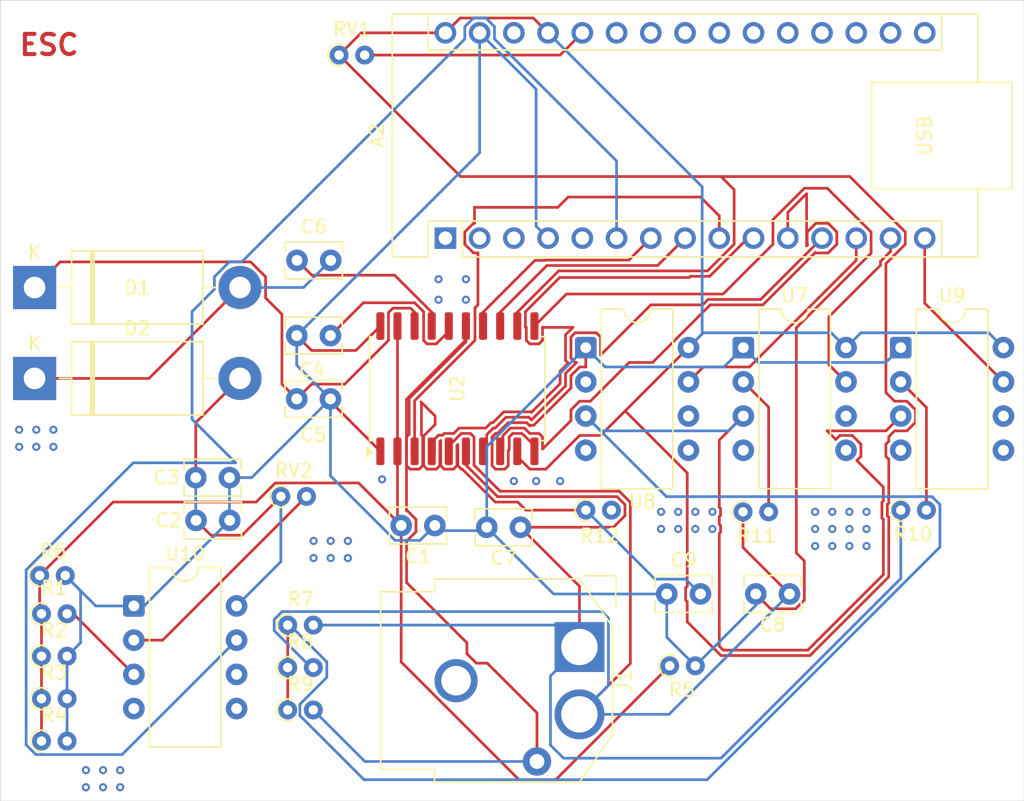
<source format=kicad_pcb>
(kicad_pcb (version 20241229) (generator "pcbnew") (generator_version "9.0")
  (layers (0 "F.Cu" signal) (2 "B.Cu" signal) (13 "F.Paste" user) (15 "B.Paste" user) (5 "F.SilkS" user "F.Silkscreen") (7 "B.SilkS" user "B.Silkscreen") (1 "F.Mask" user) (3 "B.Mask" user) (25 "Edge.Cuts" user))
  (net 0 "")
  (net 1 "Net-(A2-D11)")
  (net 2 "Net-(A2-D12)")
  (net 4 "Net-(A2-D10)")
  (net 6 "Net-(A2-A7)")
  (net 7 "/D6")
  (net 14 "GND")
  (net 18 "+5V")
  (net 19 "/D5")
  (net 20 "/D8")
  (net 22 "/D4")
  (net 24 "Net-(A2-D3)")
  (net 26 "/D7")
  (net 28 "/D9")
  (net 29 "Net-(U2-SENSE1)")
  (net 30 "Net-(U2-VREF)")
  (net 31 "Net-(D1-K)")
  (net 32 "Net-(D1-A)")
  (net 33 "Net-(U2-VCP)")
  (net 34 "Net-(U2-OUT1)")
  (net 35 "Net-(U2-OUT2)")
  (net 36 "Net-(U2-OUT3)")
  (net 38 "Net-(U10--)")
  (net 39 "Net-(U7--)")
  (net 40 "Net-(U9-+)")
  (net 41 "Net-(U7-+)")
  (net 42 "Net-(U8-+)")
  (net 43 "Net-(U10-+)")
  (footprint "Resistor_THT:R_Axial_DIN0204_L3.6mm_D1.6mm_P1.90mm_Vertical" (layer "F.Cu") (at 152.003 147.422)
    (property "Reference" "R9")
    (property "Value" "10k")
  )
  (footprint "Resistor_THT:R_Axial_DIN0204_L3.6mm_D1.6mm_P1.90mm_Vertical" (layer "F.Cu") (at 197.49 132.588)
    (property "Reference" "R10")
    (property "Value" "1k")
  )
  (footprint "Capacitor_THT:C_Rect_L4.0mm_W2.5mm_P2.50mm" (layer "F.Cu") (at 145.181 130.175)
    (property "Reference" "C3")
    (property "Value" "100nF")
  )
  (footprint "Capacitor_THT:C_Rect_L4.0mm_W2.5mm_P2.50mm" (layer "F.Cu") (at 160.421 133.731)
    (property "Reference" "C1")
    (property "Value" "470nF")
  )
  (footprint "Package_DIP:CERDIP-8_W7.62mm_SideBrazed" (layer "F.Cu") (at 140.589 139.7)
    (property "Reference" "U10")
    (property "Value" "LM311")
  )
  (footprint "Resistor_THT:R_Axial_DIN0204_L3.6mm_D1.6mm_P1.90mm_Vertical" (layer "F.Cu") (at 152.003 141.122)
    (property "Reference" "R7")
    (property "Value" "10k")
  )
  (footprint "Capacitor_THT:C_Rect_L4.0mm_W2.5mm_P2.50mm" (layer "F.Cu") (at 166.771 133.858)
    (property "Reference" "C7")
    (property "Value" "470nF")
  )
  (footprint "Package_DIP:CERDIP-8_W7.62mm_SideBrazed" (layer "F.Cu") (at 174.117 120.523)
    (property "Reference" "U8")
    (property "Value" "LM311")
  )
  (footprint "Capacitor_THT:C_Rect_L4.0mm_W2.5mm_P2.50mm" (layer "F.Cu") (at 180.126 138.811)
    (property "Reference" "C9")
    (property "Value" "470nF")
  )
  (footprint "Diode_THT:D_DO-201AD_P15.24mm_Horizontal" (layer "F.Cu") (at 133.223 116.059)
    (property "Reference" "D1")
    (property "Value" "D")
  )
  (footprint "Resistor_THT:R_Axial_DIN0204_L3.6mm_D1.6mm_P1.90mm_Vertical" (layer "F.Cu") (at 133.736 143.433)
    (property "Reference" "R2")
    (property "Value" "1")
  )
  (footprint "Module:Arduino_Nano" (layer "F.Cu") (at 163.703 112.395 90)
    (property "Reference" "A2")
    (property "Value" "Arduino_Nano_v2.x")
  )
  (footprint "Package_DIP:CERDIP-8_W7.62mm_SideBrazed" (layer "F.Cu") (at 197.485 120.523)
    (property "Reference" "U9")
    (property "Value" "LM311")
  )
  (footprint "Resistor_THT:R_Axial_DIN0204_L3.6mm_D1.6mm_P1.90mm_Vertical" (layer "F.Cu") (at 185.785 132.715)
    (property "Reference" "R11")
    (property "Value" "1k")
  )
  (footprint "Resistor_THT:R_Axial_DIN0204_L3.6mm_D1.6mm_P1.90mm_Vertical" (layer "F.Cu") (at 180.345 144.145)
    (property "Reference" "R5")
    (property "Value" "1")
  )
  (footprint "Resistor_THT:R_Axial_DIN0204_L3.6mm_D1.6mm_P1.90mm_Vertical" (layer "F.Cu") (at 133.6 137.439)
    (property "Reference" "R6")
    (property "Value" "1")
  )
  (footprint "Diode_THT:D_DO-201AD_P15.24mm_Horizontal" (layer "F.Cu") (at 133.223 122.809)
    (property "Reference" "D2")
    (property "Value" "D")
  )
  (footprint "Resistor_THT:R_Axial_DIN0204_L3.6mm_D1.6mm_P1.90mm_Vertical" (layer "F.Cu") (at 152.003 144.272)
    (property "Reference" "R8")
    (property "Value" "10k")
  )
  (footprint "Resistor_THT:R_Axial_DIN0204_L3.6mm_D1.6mm_P1.90mm_Vertical" (layer "F.Cu") (at 155.813 98.806)
    (property "Reference" "RV1")
    (property "Value" "10k")
  )
  (footprint "Package_DIP:CERDIP-8_W7.62mm_SideBrazed" (layer "F.Cu") (at 185.806 120.523)
    (property "Reference" "U7")
    (property "Value" "LM311")
  )
  (footprint "Capacitor_THT:C_Rect_L4.0mm_W2.5mm_P2.50mm" (layer "F.Cu") (at 155.174 119.634 180)
    (property "Reference" "C4")
    (property "Value" "1uF")
  )
  (footprint "Resistor_THT:R_Axial_DIN0204_L3.6mm_D1.6mm_P1.90mm_Vertical" (layer "F.Cu") (at 133.736 140.283)
    (property "Reference" "R1")
    (property "Value" "1k")
  )
  (footprint "Resistor_THT:R_Axial_DIN0204_L3.6mm_D1.6mm_P1.90mm_Vertical" (layer "F.Cu") (at 174.122 132.588)
    (property "Reference" "R12")
    (property "Value" "1k")
  )
  (footprint "Capacitor_THT:C_Rect_L4.0mm_W2.5mm_P2.50mm" (layer "F.Cu") (at 186.73 138.811)
    (property "Reference" "C8")
    (property "Value" "470nF")
  )
  (footprint "Resistor_THT:R_Axial_DIN0204_L3.6mm_D1.6mm_P1.90mm_Vertical" (layer "F.Cu") (at 133.736 149.733)
    (property "Reference" "R4")
    (property "Value" "1")
  )
  (footprint "Capacitor_THT:C_Rect_L4.0mm_W2.5mm_P2.50mm" (layer "F.Cu") (at 145.201 133.35)
    (property "Reference" "C2")
    (property "Value" "1uF")
  )
  (footprint "Capacitor_THT:C_Rect_L4.0mm_W2.5mm_P2.50mm" (layer "F.Cu") (at 152.694 114.046)
    (property "Reference" "C6")
    (property "Value" "10nF")
  )
  (footprint "Capacitor_THT:C_Rect_L4.0mm_W2.5mm_P2.50mm" (layer "F.Cu") (at 152.674 124.333)
    (property "Reference" "C5")
    (property "Value" "220nF")
  )
  (footprint "Resistor_THT:R_Axial_DIN0204_L3.6mm_D1.6mm_P1.90mm_Vertical" (layer "F.Cu") (at 151.495 131.572)
    (property "Reference" "RV2")
    (property "Value" "10k")
  )
  (footprint "Connector:CUI_PD-30" (layer "F.Cu") (at 173.647 142.748 -90)
    (property "Reference" "J1")
    (property "Value" "CUI_PD-30")
  )
  (footprint "Package_SO:SOIC-20W_7.5x12.8mm_P1.27mm" (layer "F.Cu") (at 164.592 123.571 90)
    (property "Reference" "U2")
    (property "Value" "~")
  )
  (footprint "Resistor_THT:R_Axial_DIN0204_L3.6mm_D1.6mm_P1.90mm_Vertical" (layer "F.Cu") (at 133.736 146.583)
    (property "Reference" "R3")
    (property "Value" "1")
  )
  (gr_rect (start 130.683 94.742) (end 206.629 154.178) (stroke (width 0.05)) (fill no) (layer "Edge.Cuts"))
  (gr_text "ESC \n\n\n" (at 131.953 103.759 0) (layer "F.Cu") (effects (font (size 1.5 1.5) (thickness 0.3) (bold yes)) (justify left bottom)))
  (via (at 183.515 132.715) (size 0.6) (drill 0.3) (layers "F.Cu" "B.Cu") (net 0))
  (via (at 155.194 134.874) (size 0.6) (drill 0.3) (layers "F.Cu" "B.Cu") (net 0))
  (via (at 183.515 133.985) (size 0.6) (drill 0.3) (layers "F.Cu" "B.Cu") (net 0))
  (via (at 133.35 126.619) (size 0.6) (drill 0.3) (layers "F.Cu" "B.Cu") (net 0))
  (via (at 132.08 126.619) (size 0.6) (drill 0.3) (layers "F.Cu" "B.Cu") (net 0))
  (via (at 180.975 133.985) (size 0.6) (drill 0.3) (layers "F.Cu" "B.Cu") (net 0))
  (via (at 133.35 127.889) (size 0.6) (drill 0.3) (layers "F.Cu" "B.Cu") (net 0))
  (via (at 193.675 135.255) (size 0.6) (drill 0.3) (layers "F.Cu" "B.Cu") (net 0))
  (via (at 134.62 126.619) (size 0.6) (drill 0.3) (layers "F.Cu" "B.Cu") (net 0))
  (via (at 172.212 130.429) (size 0.6) (drill 0.3) (layers "F.Cu" "B.Cu") (net 0))
  (via (at 191.135 133.985) (size 0.6) (drill 0.3) (layers "F.Cu" "B.Cu") (net 0))
  (via (at 194.945 133.985) (size 0.6) (drill 0.3) (layers "F.Cu" "B.Cu") (net 0))
  (via (at 179.705 132.715) (size 0.6) (drill 0.3) (layers "F.Cu" "B.Cu") (net 0))
  (via (at 139.573 151.892) (size 0.6) (drill 0.3) (layers "F.Cu" "B.Cu") (net 0))
  (via (at 191.135 135.255) (size 0.6) (drill 0.3) (layers "F.Cu" "B.Cu") (net 0))
  (via (at 137.033 151.892) (size 0.6) (drill 0.3) (layers "F.Cu" "B.Cu") (net 0))
  (via (at 134.62 127.889) (size 0.6) (drill 0.3) (layers "F.Cu" "B.Cu") (net 0))
  (via (at 193.675 132.715) (size 0.6) (drill 0.3) (layers "F.Cu" "B.Cu") (net 0))
  (via (at 194.945 135.255) (size 0.6) (drill 0.3) (layers "F.Cu" "B.Cu") (net 0))
  (via (at 138.303 151.892) (size 0.6) (drill 0.3) (layers "F.Cu" "B.Cu") (net 0))
  (via (at 138.303 153.162) (size 0.6) (drill 0.3) (layers "F.Cu" "B.Cu") (net 0))
  (via (at 182.245 132.715) (size 0.6) (drill 0.3) (layers "F.Cu" "B.Cu") (net 0))
  (via (at 192.405 133.985) (size 0.6) (drill 0.3) (layers "F.Cu" "B.Cu") (net 0))
  (via (at 192.405 135.255) (size 0.6) (drill 0.3) (layers "F.Cu" "B.Cu") (net 0))
  (via (at 159.004 130.302) (size 0.6) (drill 0.3) (layers "F.Cu" "B.Cu") (net 0))
  (via (at 182.245 133.985) (size 0.6) (drill 0.3) (layers "F.Cu" "B.Cu") (net 0))
  (via (at 165.227 116.967) (size 0.6) (drill 0.3) (layers "F.Cu" "B.Cu") (net 0))
  (via (at 179.705 133.985) (size 0.6) (drill 0.3) (layers "F.Cu" "B.Cu") (net 0))
  (via (at 156.464 134.874) (size 0.6) (drill 0.3) (layers "F.Cu" "B.Cu") (net 0))
  (via (at 163.195 116.967) (size 0.6) (drill 0.3) (layers "F.Cu" "B.Cu") (net 0))
  (via (at 168.783 130.429) (size 0.6) (drill 0.3) (layers "F.Cu" "B.Cu") (net 0))
  (via (at 163.195 115.443) (size 0.6) (drill 0.3) (layers "F.Cu" "B.Cu") (net 0))
  (via (at 153.924 136.144) (size 0.6) (drill 0.3) (layers "F.Cu" "B.Cu") (net 0))
  (via (at 155.194 136.144) (size 0.6) (drill 0.3) (layers "F.Cu" "B.Cu") (net 0))
  (via (at 192.405 132.715) (size 0.6) (drill 0.3) (layers "F.Cu" "B.Cu") (net 0))
  (via (at 170.434 130.429) (size 0.6) (drill 0.3) (layers "F.Cu" "B.Cu") (net 0))
  (via (at 153.924 134.874) (size 0.6) (drill 0.3) (layers "F.Cu" "B.Cu") (net 0))
  (via (at 194.945 132.715) (size 0.6) (drill 0.3) (layers "F.Cu" "B.Cu") (net 0))
  (via (at 193.675 133.985) (size 0.6) (drill 0.3) (layers "F.Cu" "B.Cu") (net 0))
  (via (at 132.08 127.889) (size 0.6) (drill 0.3) (layers "F.Cu" "B.Cu") (net 0))
  (via (at 191.135 132.715) (size 0.6) (drill 0.3) (layers "F.Cu" "B.Cu") (net 0))
  (via (at 165.227 115.443) (size 0.6) (drill 0.3) (layers "F.Cu" "B.Cu") (net 0))
  (via (at 180.975 132.715) (size 0.6) (drill 0.3) (layers "F.Cu" "B.Cu") (net 0))
  (via (at 137.033 153.162) (size 0.6) (drill 0.3) (layers "F.Cu" "B.Cu") (net 0))
  (via (at 139.573 153.162) (size 0.6) (drill 0.3) (layers "F.Cu" "B.Cu") (net 0))
  (via (at 156.464 136.144) (size 0.6) (drill 0.3) (layers "F.Cu" "B.Cu") (net 0))
  (segment (start 192.151 118.237) (end 192.151 121.788) (width 0.2) (layer "F.Cu") (net 1))
  (segment (start 196.723 113.38495) (end 195.983 114.12495) (width 0.2) (layer "F.Cu") (net 1))
  (segment (start 195.983 114.405) (end 192.151 118.237) (width 0.2) (layer "F.Cu") (net 1))
  (segment (start 192.151 121.788) (end 193.426 123.063) (width 0.2) (layer "F.Cu") (net 1))
  (segment (start 195.983 114.12495) (end 195.983 114.405) (width 0.2) (layer "F.Cu") (net 1))
  (segment (start 196.723 112.395) (end 196.723 113.38495) (width 0.2) (layer "F.Cu") (net 1))
  (segment (start 199.263 117.221) (end 205.105 123.063) (width 0.2) (layer "F.Cu") (net 2))
  (segment (start 199.263 112.395) (end 199.263 117.221) (width 0.2) (layer "F.Cu") (net 2))
  (segment (start 186.26205 121.962) (end 182.838 121.962) (width 0.2) (layer "F.Cu") (net 4))
  (segment (start 182.838 121.962) (end 181.737 123.063) (width 0.2) (layer "F.Cu") (net 4))
  (segment (start 194.183 112.395) (end 194.183 114.04105) (width 0.2) (layer "F.Cu") (net 4))
  (segment (start 194.183 114.04105) (end 186.26205 121.962) (width 0.2) (layer "F.Cu") (net 4))
  (segment (start 172.212 98.806) (end 157.713 98.806) (width 0.2) (layer "F.Cu") (net 6))
  (segment (start 173.863 97.155) (end 172.212 98.806) (width 0.2) (layer "F.Cu") (net 6))
  (segment (start 165.142 111.93895) (end 165.78695 111.294) (width 0.2) (layer "F.Cu") (net 7))
  (segment (start 172.81395 109.347) (end 182.626 109.347) (width 0.2) (layer "F.Cu") (net 7))
  (segment (start 165.142 112.85105) (end 165.142 111.93895) (width 0.2) (layer "F.Cu") (net 7))
  (segment (start 165.78695 113.496) (end 165.142 112.85105) (width 0.2) (layer "F.Cu") (net 7))
  (segment (start 165.862 111.294) (end 165.862 110.11895) (width 0.2) (layer "F.Cu") (net 7))
  (segment (start 165.862 110.11895) (end 165.85205 110.109) (width 0.2) (layer "F.Cu") (net 7))
  (segment (start 161.417 128.221) (end 161.417 124.465968) (width 0.2) (layer "F.Cu") (net 7))
  (segment (start 165.896 119.986968) (end 165.896 117.568) (width 0.2) (layer "F.Cu") (net 7))
  (segment (start 182.626 109.347) (end 184.023 110.744) (width 0.2) (layer "F.Cu") (net 7))
  (segment (start 165.896 117.568) (end 166.116 117.348) (width 0.2) (layer "F.Cu") (net 7))
  (segment (start 172.05195 110.109) (end 172.81395 109.347) (width 0.2) (layer "F.Cu") (net 7))
  (segment (start 165.85205 110.109) (end 172.05195 110.109) (width 0.2) (layer "F.Cu") (net 7))
  (segment (start 166.116 117.348) (end 166.116 113.496) (width 0.2) (layer "F.Cu") (net 7))
  (segment (start 165.78695 111.294) (end 165.862 111.294) (width 0.2) (layer "F.Cu") (net 7))
  (segment (start 166.116 113.496) (end 165.78695 113.496) (width 0.2) (layer "F.Cu") (net 7))
  (segment (start 184.023 110.744) (end 184.023 112.395) (width 0.2) (layer "F.Cu") (net 7))
  (segment (start 161.417 124.465968) (end 165.896 119.986968) (width 0.2) (layer "F.Cu") (net 7))
  (segment (start 170.0022 126.2888) (end 169.9631 126.3279) (width 0.2) (layer "F.Cu") (net 14))
  (segment (start 168.368 128.177) (end 168.436 128.109) (width 0.2) (layer "F.Cu") (net 14))
  (segment (start 155.174 124.518) (end 155.174 124.333) (width 0.2) (layer "F.Cu") (net 14))
  (segment (start 172.682 116.546) (end 184.30705 116.546) (width 0.2) (layer "F.Cu") (net 14))
  (segment (start 170.307 127.806) (end 170.307 128.221) (width 0.2) (layer "F.Cu") (net 14))
  (segment (start 173.016 123.529) (end 170.2562 126.2888) (width 0.2) (layer "F.Cu") (net 14))
  (segment (start 173.016 122.60695) (end 173.016 123.529) (width 0.2) (layer "F.Cu") (net 14))
  (segment (start 157.063 120.735) (end 153.775 120.735) (width 0.2) (layer "F.Cu") (net 14))
  (segment (start 168.368 129.286968) (end 168.368 128.177) (width 0.2) (layer "F.Cu") (net 14))
  (segment (start 170.2562 126.2888) (end 170.0022 126.2888) (width 0.2) (layer "F.Cu") (net 14))
  (segment (start 189.738 119.05315) (end 189.738 135.763) (width 0.2) (layer "F.Cu") (net 14))
  (segment (start 167.426032 126.895) (end 167.166 127.155032) (width 0.2) (layer "F.Cu") (net 14))
  (segment (start 158.877 128.221) (end 155.174 124.518) (width 0.2) (layer "F.Cu") (net 14))
  (segment (start 168.696032 126.895) (end 169.377968 126.895) (width 0.2) (layer "F.Cu") (net 14))
  (segment (start 174.117 120.523) (end 174.117 121.962) (width 0.2) (layer "F.Cu") (net 14))
  (segment (start 184.30705 116.546) (end 188.002 112.85105) (width 0.2) (layer "F.Cu") (net 14))
  (segment (start 190.331 139.26705) (end 189.68605 139.912) (width 0.2) (layer "F.Cu") (net 14))
  (segment (start 168.363832 126.093) (end 167.566 126.890832) (width 0.2) (layer "F.Cu") (net 14))
  (segment (start 187.831 139.912) (end 186.73 138.811) (width 0.2) (layer "F.Cu") (net 14))
  (segment (start 174.117 121.962) (end 173.66095 121.962) (width 0.2) (layer "F.Cu") (net 14))
  (segment (start 188.002 111.0239) (end 190.3339 108.692) (width 0.2) (layer "F.Cu") (net 14))
  (segment (start 188.002 112.85105) (end 188.002 111.0239) (width 0.2) (layer "F.Cu") (net 14))
  (segment (start 169.7282 126.093) (end 168.363832 126.093) (width 0.2) (layer "F.Cu") (net 14))
  (segment (start 169.523 127.022) (end 170.307 127.806) (width 0.2) (layer "F.Cu") (net 14))
  (segment (start 192.03705 108.692) (end 195.284 111.93895) (width 0.2) (layer "F.Cu") (net 14))
  (segment (start 189.68605 139.912) (end 187.831 139.912) (width 0.2) (layer "F.Cu") (net 14))
  (segment (start 153.775 120.735) (end 152.674 119.634) (width 0.2) (layer "F.Cu") (net 14))
  (segment (start 173.66095 121.962) (end 173.016 122.60695) (width 0.2) (layer "F.Cu") (net 14))
  (segment (start 169.377968 126.895) (end 169.513984 127.031016) (width 0.2) (layer "F.Cu") (net 14))
  (segment (start 170.307 118.921) (end 172.682 116.546) (width 0.2) (layer "F.Cu") (net 14))
  (segment (start 167.166 127.155032) (end 167.166 129.286968) (width 0.2) (layer "F.Cu") (net 14))
  (segment (start 168.436 128.109) (end 168.436 127.155032) (width 0.2) (layer "F.Cu") (net 14))
  (segment (start 167.566 126.895) (end 167.426032 126.895) (width 0.2) (layer "F.Cu") (net 14))
  (segment (start 195.284 113.50715) (end 189.738 119.05315) (width 0.2) (layer "F.Cu") (net 14))
  (segment (start 169.9631 126.3279) (end 169.7282 126.093) (width 0.2) (layer "F.Cu") (net 14))
  (segment (start 189.738 135.763) (end 190.331 136.356) (width 0.2) (layer "F.Cu") (net 14))
  (segment (start 167.566 126.890832) (end 167.566 126.895) (width 0.2) (layer "F.Cu") (net 14))
  (segment (start 190.3339 108.692) (end 192.03705 108.692) (width 0.2) (layer "F.Cu") (net 14))
  (segment (start 158.877 118.921) (end 157.063 120.735) (width 0.2) (layer "F.Cu") (net 14))
  (segment (start 190.331 136.356) (end 190.331 139.26705) (width 0.2) (layer "F.Cu") (net 14))
  (segment (start 168.107968 129.547) (end 168.368 129.286968) (width 0.2) (layer "F.Cu") (net 14))
  (segment (start 167.426032 129.547) (end 168.107968 129.547) (width 0.2) (layer "F.Cu") (net 14))
  (segment (start 195.284 111.93895) (end 195.284 113.50715) (width 0.2) (layer "F.Cu") (net 14))
  (segment (start 167.166 129.286968) (end 167.426032 129.547) (width 0.2) (layer "F.Cu") (net 14))
  (segment (start 168.436 127.155032) (end 168.696032 126.895) (width 0.2) (layer "F.Cu") (net 14))
  (segment (start 169.513984 127.031016) (end 169.523 127.022) (width 0.2) (layer "F.Cu") (net 14))
  (segment (start 140.589 139.7) (end 137.761 139.7) (width 0.2) (layer "B.Cu") (net 14))
  (segment (start 166.517 134.112) (end 166.771 133.858) (width 0.2) (layer "B.Cu") (net 14))
  (segment (start 166.771 127.869) (end 166.771 133.858) (width 0.2) (layer "B.Cu") (net 14))
  (segment (start 136.637 138.576) (end 136.637 142.432) (width 0.2) (layer "B.Cu") (net 14))
  (segment (start 152.674 121.833) (end 155.174 124.333) (width 0.2) (layer "B.Cu") (net 14))
  (segment (start 171.323 112.395) (end 170.434 111.506) (width 0.2) (layer "B.Cu") (net 14))
  (segment (start 147.701 133.35) (end 141.351 139.7) (width 0.2) (layer "B.Cu") (net 14))
  (segment (start 137.761 139.7) (end 135.5 137.439) (width 0.2) (layer "B.Cu") (net 14))
  (segment (start 155.174 124.333) (end 149.332 130.175) (width 0.2) (layer "B.Cu") (net 14))
  (segment (start 166.243 97.155) (end 166.243 106.065) (width 0.2) (layer "B.Cu") (net 14))
  (segment (start 166.771 133.858) (end 171.724 138.811) (width 0.2) (layer "B.Cu") (net 14))
  (segment (start 141.351 139.7) (end 140.589 139.7) (width 0.2) (layer "B.Cu") (net 14))
  (segment (start 174.117 120.523) (end 166.771 127.869) (width 0.2) (layer "B.Cu") (net 14))
  (segment (start 185.806 120.523) (end 184.367 121.962) (width 0.2) (layer "B.Cu") (net 14))
  (segment (start 170.434 111.506) (end 170.434 101.346) (width 0.2) (layer "B.Cu") (net 14))
  (segment (start 185.806 120.523) (end 186.907 121.624) (width 0.2) (layer "B.Cu") (net 14))
  (segment (start 182.245 144.145) (end 186.73 139.66) (width 0.2) (layer "B.Cu") (net 14))
  (segment (start 149.332 130.175) (end 147.681 130.175) (width 0.2) (layer "B.Cu") (net 14))
  (segment (start 147.681 130.175) (end 147.681 133.33) (width 0.2) (layer "B.Cu") (net 14))
  (segment (start 159.96495 134.832) (end 155.174 130.04105) (width 0.2) (layer "B.Cu") (net 14))
  (segment (start 135.5 137.439) (end 136.637 138.576) (width 0.2) (layer "B.Cu") (net 14))
  (segment (start 161.82 134.832) (end 159.96495 134.832) (width 0.2) (layer "B.Cu") (net 14))
  (segment (start 186.907 121.624) (end 196.384 121.624) (width 0.2) (layer "B.Cu") (net 14))
  (segment (start 135.636 146.583) (end 135.636 149.733) (width 0.2) (layer "B.Cu") (net 14))
  (segment (start 162.921 133.731) (end 161.82 134.832) (width 0.2) (layer "B.Cu") (net 14))
  (segment (start 155.174 130.04105) (end 155.174 124.333) (width 0.2) (layer "B.Cu") (net 14))
  (segment (start 147.681 133.33) (end 147.701 133.35) (width 0.2) (layer "B.Cu") (net 14))
  (segment (start 166.243 106.065) (end 152.674 119.634) (width 0.2) (layer "B.Cu") (net 14))
  (segment (start 162.921 133.731) (end 163.302 134.112) (width 0.2) (layer "B.Cu") (net 14))
  (segment (start 180.126 138.811) (end 180.126 142.026) (width 0.2) (layer "B.Cu") (net 14))
  (segment (start 186.73 139.66) (end 186.73 138.811) (width 0.2) (layer "B.Cu") (net 14))
  (segment (start 180.126 142.026) (end 182.245 144.145) (width 0.2) (layer "B.Cu") (net 14))
  (segment (start 152.674 119.634) (end 152.674 121.833) (width 0.2) (layer "B.Cu") (net 14))
  (segment (start 196.384 121.624) (end 197.485 120.523) (width 0.2) (layer "B.Cu") (net 14))
  (segment (start 184.367 121.962) (end 175.556 121.962) (width 0.2) (layer "B.Cu") (net 14))
  (segment (start 163.302 134.112) (end 166.517 134.112) (width 0.2) (layer "B.Cu") (net 14))
  (segment (start 171.724 138.811) (end 180.126 138.811) (width 0.2) (layer "B.Cu") (net 14))
  (segment (start 135.636 143.433) (end 135.636 146.583) (width 0.2) (layer "B.Cu") (net 14))
  (segment (start 170.434 101.346) (end 166.243 97.155) (width 0.2) (layer "B.Cu") (net 14))
  (segment (start 136.637 142.432) (end 135.636 143.433) (width 0.2) (layer "B.Cu") (net 14))
  (segment (start 175.556 121.962) (end 174.117 120.523) (width 0.2) (layer "B.Cu") (net 14))
  (segment (start 171.15595 129.547) (end 173.66095 127.042) (width 0.2) (layer "F.Cu") (net 18))
  (segment (start 155.813 98.806) (end 164.83 107.823) (width 0.2) (layer "F.Cu") (net 18))
  (segment (start 197.02895 124.502) (end 197.94105 124.502) (width 0.2) (layer "F.Cu") (net 18))
  (segment (start 145.181 126.091) (end 145.181 130.175) (width 0.2) (layer "F.Cu") (net 18))
  (segment (start 197.02895 126.704) (end 196.596 127.13695) (width 0.2) (layer "F.Cu") (net 18))
  (segment (start 181.644 139.38605) (end 181.525 139.26705) (width 0.2) (layer "F.Cu") (net 18))
  (segment (start 193.70805 107.823) (end 197.824 111.93895) (width 0.2) (layer "F.Cu") (net 18))
  (segment (start 169.037 128.617968) (end 169.966032 129.547) (width 0.2) (layer "F.Cu") (net 18))
  (segment (start 197.824 111.93895) (end 197.824 112.85105) (width 0.2) (layer "F.Cu") (net 18))
  (segment (start 181.525 139.26705) (end 181.525 138.35495) (width 0.2) (layer "F.Cu") (net 18))
  (segment (start 145.201 133.35) (end 146.302 134.451) (width 0.2) (layer "F.Cu") (net 18))
  (segment (start 196.384 123.85705) (end 197.02895 124.502) (width 0.2) (layer "F.Cu") (net 18))
  (segment (start 184.15 107.823) (end 193.70805 107.823) (width 0.2) (layer "F.Cu") (net 18))
  (segment (start 170.222 96.054) (end 171.323 97.155) (width 0.2) (layer "F.Cu") (net 18))
  (segment (start 181.525 138.35495) (end 181.644 138.23595) (width 0.2) (layer "F.Cu") (net 18))
  (segment (start 148.463 122.809) (end 145.181 126.091) (width 0.2) (layer "F.Cu") (net 18))
  (segment (start 157.464 97.155) (end 163.703 97.155) (width 0.2) (layer "F.Cu") (net 18))
  (segment (start 146.302 134.451) (end 148.616 134.451) (width 0.2) (layer "F.Cu") (net 18))
  (segment (start 196.596 133.109628) (end 196.596 137.541) (width 0.2) (layer "F.Cu") (net 18))
  (segment (start 172.105001 114.828) (end 183.14705 114.828) (width 0.2) (layer "F.Cu") (net 18))
  (segment (start 169.037 128.221) (end 169.037 128.617968) (width 0.2) (layer "F.Cu") (net 18))
  (segment (start 196.596 132.066372) (end 196.489 132.173372) (width 0.2) (layer "F.Cu") (net 18))
  (segment (start 177.038 125.222) (end 181.737 120.523) (width 0.2) (layer "F.Cu") (net 18))
  (segment (start 148.616 134.451) (end 151.495 131.572) (width 0.2) (layer "F.Cu") (net 18))
  (segment (start 196.596 127.47495) (end 196.384 127.68695) (width 0.2) (layer "F.Cu") (net 18))
  (segment (start 169.037 118.921) (end 169.037 117.896001) (width 0.2) (layer "F.Cu") (net 18))
  (segment (start 181.644 140.877) (end 181.644 139.38605) (width 0.2) (layer "F.Cu") (net 18))
  (segment (start 184.15 143.383) (end 181.644 140.877) (width 0.2) (layer "F.Cu") (net 18))
  (segment (start 196.384 114.29105) (end 196.384 123.85705) (width 0.2) (layer "F.Cu") (net 18))
  (segment (start 175.218 127.042) (end 177.038 125.222) (width 0.2) (layer "F.Cu") (net 18))
  (segment (start 163.703 97.155) (end 164.804 96.054) (width 0.2) (layer "F.Cu") (net 18))
  (segment (start 164.83 107.823) (end 184.15 107.823) (width 0.2) (layer "F.Cu") (net 18))
  (segment (start 196.596 128.81105) (end 196.596 132.066372) (width 0.2) (layer "F.Cu") (net 18))
  (segment (start 169.037 117.896001) (end 172.105001 114.828) (width 0.2) (layer "F.Cu") (net 18))
  (segment (start 196.489 132.173372) (end 196.489 133.002628) (width 0.2) (layer "F.Cu") (net 18))
  (segment (start 196.384 128.59905) (end 196.596 128.81105) (width 0.2) (layer "F.Cu") (net 18))
  (segment (start 169.966032 129.547) (end 171.15595 129.547) (width 0.2) (layer "F.Cu") (net 18))
  (segment (start 198.586 126.05905) (end 197.94105 126.704) (width 0.2) (layer "F.Cu") (net 18))
  (segment (start 198.586 125.14695) (end 198.586 126.05905) (width 0.2) (layer "F.Cu") (net 18))
  (segment (start 164.804 96.054) (end 170.222 96.054) (width 0.2) (layer "F.Cu") (net 18))
  (segment (start 196.596 127.13695) (end 196.596 127.47495) (width 0.2) (layer "F.Cu") (net 18))
  (segment (start 190.754 143.383) (end 184.15 143.383) (width 0.2) (layer "F.Cu") (net 18))
  (segment (start 183.14705 114.828) (end 185.124 112.85105) (width 0.2) (layer "F.Cu") (net 18))
  (segment (start 181.644 138.23595) (end 181.644 129.828) (width 0.2) (layer "F.Cu") (net 18))
  (segment (start 196.596 137.541) (end 190.754 143.383) (width 0.2) (layer "F.Cu") (net 18))
  (segment (start 197.94105 124.502) (end 198.586 125.14695) (width 0.2) (layer "F.Cu") (net 18))
  (segment (start 155.813 98.806) (end 157.464 97.155) (width 0.2) (layer "F.Cu") (net 18))
  (segment (start 173.66095 127.042) (end 175.218 127.042) (width 0.2) (layer "F.Cu") (net 18))
  (segment (start 185.124 108.797) (end 184.15 107.823) (width 0.2) (layer "F.Cu") (net 18))
  (segment (start 185.124 112.85105) (end 185.124 108.797) (width 0.2) (layer "F.Cu") (net 18))
  (segment (start 197.94105 126.704) (end 197.02895 126.704) (width 0.2) (layer "F.Cu") (net 18))
  (segment (start 196.384 127.68695) (end 196.384 128.59905) (width 0.2) (layer "F.Cu") (net 18))
  (segment (start 181.644 129.828) (end 177.038 125.222) (width 0.2) (layer "F.Cu") (net 18))
  (segment (start 196.489 133.002628) (end 196.596 133.109628) (width 0.2) (layer "F.Cu") (net 18))
  (segment (start 197.824 112.85105) (end 196.384 114.29105) (width 0.2) (layer "F.Cu") (net 18))
  (segment (start 182.753 119.507) (end 181.737 120.523) (width 0.2) (layer "B.Cu") (net 18))
  (segment (start 192.325 119.422) (end 193.426 120.523) (width 0.2) (layer "B.Cu") (net 18))
  (segment (start 145.181 130.175) (end 145.181 133.33) (width 0.2) (layer "B.Cu") (net 18))
  (segment (start 181.737 120.523) (end 182.838 119.422) (width 0.2) (layer "B.Cu") (net 18))
  (segment (start 194.527 119.422) (end 204.004 119.422) (width 0.2) (layer "B.Cu") (net 18))
  (segment (start 204.004 119.422) (end 205.105 120.523) (width 0.2) (layer "B.Cu") (net 18))
  (segment (start 145.181 133.33) (end 145.201 133.35) (width 0.2) (layer "B.Cu") (net 18))
  (segment (start 151.495 131.572) (end 151.495 136.414) (width 0.2) (layer "B.Cu") (net 18))
  (segment (start 151.495 136.414) (end 148.209 139.7) (width 0.2) (layer "B.Cu") (net 18))
  (segment (start 171.323 97.155) (end 182.753 108.585) (width 0.2) (layer "B.Cu") (net 18))
  (segment (start 182.838 119.422) (end 192.325 119.422) (width 0.2) (layer "B.Cu") (net 18))
  (segment (start 193.426 120.523) (end 194.527 119.422) (width 0.2) (layer "B.Cu") (net 18))
  (segment (start 182.753 108.585) (end 182.753 119.507) (width 0.2) (layer "B.Cu") (net 18))
  (segment (start 167.767 117.896001) (end 171.236001 114.427) (width 0.2) (layer "F.Cu") (net 19))
  (segment (start 171.236001 114.427) (end 179.451 114.427) (width 0.2) (layer "F.Cu") (net 19))
  (segment (start 179.451 114.427) (end 181.483 112.395) (width 0.2) (layer "F.Cu") (net 19))
  (segment (start 167.767 118.921) (end 167.767 117.896001) (width 0.2) (layer "F.Cu") (net 19))
  (segment (start 187.2571 117.348) (end 191.148025 113.457075) (width 0.2) (layer "F.Cu") (net 20))
  (segment (start 170.647968 126.895) (end 170.908 127.155032) (width 0.2) (layer "F.Cu") (net 20))
  (segment (start 167.767 128.221) (end 167.967 128.221) (width 0.2) (layer "F.Cu") (net 20))
  (segment (start 167.967 128.221) (end 167.967 127.056932) (width 0.2) (layer "F.Cu") (net 20))
  (segment (start 168.529932 126.494) (end 169.5621 126.494) (width 0.2) (layer "F.Cu") (net 20))
  (segment (start 174.456 124.502) (end 177.334 121.624) (width 0.2) (layer "F.Cu") (net 20))
  (segment (start 183.35495 117.348) (end 187.2571 117.348) (width 0.2) (layer "F.Cu") (net 20))
  (segment (start 191.18695 111.294) (end 190.542 111.93895) (width 0.2) (layer "F.Cu") (net 20))
  (segment (start 167.967 127.056932) (end 168.529932 126.494) (width 0.2) (layer "F.Cu") (net 20))
  (segment (start 192.744 112.85105) (end 192.744 111.93895) (width 0.2) (layer "F.Cu") (net 20))
  (segment (start 192.09905 111.294) (end 191.18695 111.294) (width 0.2) (layer "F.Cu") (net 20))
  (segment (start 190.5 112.9709) (end 190.5 109.093) (width 0.2) (layer "F.Cu") (net 20))
  (segment (start 177.334 121.624) (end 179.07895 121.624) (width 0.2) (layer "F.Cu") (net 20))
  (segment (start 190.580925 112.889975) (end 190.5 112.9709) (width 0.2) (layer "F.Cu") (net 20))
  (segment (start 192.744 111.93895) (end 192.09905 111.294) (width 0.2) (layer "F.Cu") (net 20))
  (segment (start 173.016 125.942) (end 173.016 125.14695) (width 0.2) (layer "F.Cu") (net 20))
  (segment (start 190.5 109.093) (end 189.103 110.49) (width 0.2) (layer "F.Cu") (net 20))
  (segment (start 169.5621 126.494) (end 169.964566 126.896466) (width 0.2) (layer "F.Cu") (net 20))
  (segment (start 179.07895 121.624) (end 183.35495 117.348) (width 0.2) (layer "F.Cu") (net 20))
  (segment (start 173.66095 124.502) (end 174.456 124.502) (width 0.2) (layer "F.Cu") (net 20))
  (segment (start 170.908 127.155032) (end 170.908 128.05) (width 0.2) (layer "F.Cu") (net 20))
  (segment (start 190.542 112.85105) (end 190.580925 112.889975) (width 0.2) (layer "F.Cu") (net 20))
  (segment (start 173.016 125.14695) (end 173.66095 124.502) (width 0.2) (layer "F.Cu") (net 20))
  (segment (start 191.148025 113.457075) (end 191.18695 113.496) (width 0.2) (layer "F.Cu") (net 20))
  (segment (start 191.18695 113.496) (end 192.09905 113.496) (width 0.2) (layer "F.Cu") (net 20))
  (segment (start 190.542 111.93895) (end 190.542 112.85105) (width 0.2) (layer "F.Cu") (net 20))
  (segment (start 189.103 110.49) (end 189.103 112.395) (width 0.2) (layer "F.Cu") (net 20))
  (segment (start 192.09905 113.496) (end 192.744 112.85105) (width 0.2) (layer "F.Cu") (net 20))
  (segment (start 169.964566 126.896466) (end 169.966032 126.895) (width 0.2) (layer "F.Cu") (net 20))
  (segment (start 169.966032 126.895) (end 170.647968 126.895) (width 0.2) (layer "F.Cu") (net 20))
  (segment (start 170.908 128.05) (end 173.016 125.942) (width 0.2) (layer "F.Cu") (net 20))
  (segment (start 170.347001 114.046) (end 171.049901 114.046) (width 0.2) (layer "F.Cu") (net 22))
  (segment (start 177.312 114.026) (end 178.943 112.395) (width 0.2) (layer "F.Cu") (net 22))
  (segment (start 171.049901 114.046) (end 171.069901 114.026) (width 0.2) (layer "F.Cu") (net 22))
  (segment (start 166.497 118.921) (end 166.497 117.896001) (width 0.2) (layer "F.Cu") (net 22))
  (segment (start 166.497 117.896001) (end 170.347001 114.046) (width 0.2) (layer "F.Cu") (net 22))
  (segment (start 171.069901 114.026) (end 177.312 114.026) (width 0.2) (layer "F.Cu") (net 22))
  (segment (start 148.59505 114.158) (end 147.67558 114.158) (width 0.2) (layer "B.Cu") (net 24))
  (segment (start 132.599 150.011628) (end 133.321372 150.734) (width 0.2) (layer "B.Cu") (net 24))
  (segment (start 167.344 96.69895) (end 166.69905 96.054) (width 0.2) (layer "B.Cu") (net 24))
  (segment (start 139.715 150.734) (end 148.209 142.24) (width 0.2) (layer "B.Cu") (net 24))
  (segment (start 166.69905 96.054) (end 165.78695 96.054) (width 0.2) (layer "B.Cu") (net 24))
  (segment (start 165.142 96.69895) (end 165.142 97.61105) (width 0.2) (layer "B.Cu") (net 24))
  (segment (start 132.599 137.024372) (end 132.599 150.011628) (width 0.2) (layer "B.Cu") (net 24))
  (segment (start 147.67558 114.158) (end 146.562 115.27158) (width 0.2) (layer "B.Cu") (net 24))
  (segment (start 165.142 97.61105) (end 148.59505 114.158) (width 0.2) (layer "B.Cu") (net 24))
  (segment (start 167.344 97.61105) (end 167.344 96.69895) (width 0.2) (layer "B.Cu") (net 24))
  (segment (start 140.549372 129.074) (end 132.599 137.024372) (width 0.2) (layer "B.Cu") (net 24))
  (segment (start 144.907 117.84605) (end 144.907 125.84395) (width 0.2) (layer "B.Cu") (net 24))
  (segment (start 176.403 112.395) (end 176.403 106.67005) (width 0.2) (layer "B.Cu") (net 24))
  (segment (start 146.562 115.27158) (end 146.562 116.19105) (width 0.2) (layer "B.Cu") (net 24))
  (segment (start 133.321372 150.734) (end 139.715 150.734) (width 0.2) (layer "B.Cu") (net 24))
  (segment (start 165.78695 96.054) (end 165.142 96.69895) (width 0.2) (layer "B.Cu") (net 24))
  (segment (start 144.907 125.84395) (end 148.13705 129.074) (width 0.2) (layer "B.Cu") (net 24))
  (segment (start 176.403 106.67005) (end 167.344 97.61105) (width 0.2) (layer "B.Cu") (net 24))
  (segment (start 148.13705 129.074) (end 140.549372 129.074) (width 0.2) (layer "B.Cu") (net 24))
  (segment (start 146.562 116.19105) (end 144.907 117.84605) (width 0.2) (layer "B.Cu") (net 24))
  (segment (start 172.184101 115.316) (end 181.79275 115.316) (width 0.2) (layer "F.Cu") (net 26))
  (segment (start 172.214 122.27475) (end 172.814745 121.674005) (width 0.2) (layer "F.Cu") (net 26))
  (segment (start 181.87975 115.229) (end 183.31315 115.229) (width 0.2) (layer "F.Cu") (net 26))
  (segment (start 163.1899 127.023132) (end 163.4879 127.023132) (width 0.2) (layer "F.Cu") (net 26))
  (segment (start 169.638 117.8621) (end 172.184101 115.316) (width 0.2) (layer "F.Cu") (net 26))
  (segment (start 183.31315 115.229) (end 186.355075 112.187075) (width 0.2) (layer "F.Cu") (net 26))
  (segment (start 172.814745 121.674005) (end 172.615 121.47426) (width 0.2) (layer "F.Cu") (net 26))
  (segment (start 166.692832 126.494) (end 167.093832 126.093) (width 0.2) (layer "F.Cu") (net 26))
  (segment (start 181.79275 115.316) (end 181.87975 115.229) (width 0.2) (layer "F.Cu") (net 26))
  (segment (start 169.638 119.021) (end 169.638 117.8621) (width 0.2) (layer "F.Cu") (net 26))
  (segment (start 167.093832 126.093) (end 167.229632 126.093) (width 0.2) (layer "F.Cu") (net 26))
  (segment (start 162.887 128.221) (end 162.887 127.326032) (width 0.2) (layer "F.Cu") (net 26))
  (segment (start 169.966032 120.247) (end 169.706 119.986968) (width 0.2) (layer "F.Cu") (net 26))
  (segment (start 169.706 119.021) (end 169.638 119.021) (width 0.2) (layer "F.Cu") (net 26))
  (segment (start 172.615 119.57174) (end 173.16574 119.021) (width 0.2) (layer "F.Cu") (net 26))
  (segment (start 164.719932 126.494) (end 166.692832 126.494) (width 0.2) (layer "F.Cu") (net 26))
  (segment (start 162.687 128.221) (end 162.887 128.221) (width 0.2) (layer "F.Cu") (net 26))
  (segment (start 186.355075 112.187075) (end 186.563 112.395) (width 0.2) (layer "F.Cu") (net 26))
  (segment (start 172.615 121.47426) (end 172.615 119.57174) (width 0.2) (layer "F.Cu") (net 26))
  (segment (start 168.031632 125.291) (end 170.0604 125.291) (width 0.2) (layer "F.Cu") (net 26))
  (segment (start 170.0901 125.3207) (end 172.214 123.1968) (width 0.2) (layer "F.Cu") (net 26))
  (segment (start 163.616032 126.895) (end 164.297968 126.895) (width 0.2) (layer "F.Cu") (net 26))
  (segment (start 164.297968 126.895) (end 164.30845 126.905482) (width 0.2) (layer "F.Cu") (net 26))
  (segment (start 173.16574 119.021) (end 170.908 119.021) (width 0.2) (layer "F.Cu") (net 26))
  (segment (start 163.4879 127.023132) (end 163.616032 126.895) (width 0.2) (layer "F.Cu") (net 26))
  (segment (start 162.887 127.326032) (end 163.1899 127.023132) (width 0.2) (layer "F.Cu") (net 26))
  (segment (start 169.706 119.986968) (end 169.706 119.021) (width 0.2) (layer "F.Cu") (net 26))
  (segment (start 164.30845 126.905482) (end 164.719932 126.494) (width 0.2) (layer "F.Cu") (net 26))
  (segment (start 170.908 119.021) (end 170.908 119.986968) (width 0.2) (layer "F.Cu") (net 26))
  (segment (start 167.229632 126.093) (end 168.031632 125.291) (width 0.2) (layer "F.Cu") (net 26))
  (segment (start 170.0604 125.291) (end 170.0901 125.3207) (width 0.2) (layer "F.Cu") (net 26))
  (segment (start 170.908 119.986968) (end 170.647968 120.247) (width 0.2) (layer "F.Cu") (net 26))
  (segment (start 172.214 123.1968) (end 172.214 122.27475) (width 0.2) (layer "F.Cu") (net 26))
  (segment (start 170.647968 120.247) (end 169.966032 120.247) (width 0.2) (layer "F.Cu") (net 26))
  (segment (start 173.33184 119.422) (end 174.90216 119.422) (width 0.2) (layer "F.Cu") (net 28))
  (segment (start 172.615 122.44085) (end 173.43185 121.624) (width 0.2) (layer "F.Cu") (net 28))
  (segment (start 174.90216 119.422) (end 175.218 119.73784) (width 0.2) (layer "F.Cu") (net 28))
  (segment (start 173.016 119.73784) (end 173.33184 119.422) (width 0.2) (layer "F.Cu") (net 28))
  (segment (start 167.395732 126.494) (end 168.197732 125.692) (width 0.2) (layer "F.Cu") (net 28))
  (segment (start 175.218 121.073) (end 178.943 117.348) (width 0.2) (layer "F.Cu") (net 28))
  (segment (start 166.765 128.221) (end 166.765 126.988932) (width 0.2) (layer "F.Cu") (net 28))
  (segment (start 182.78785 117.348) (end 183.18885 116.947) (width 0.2) (layer "F.Cu") (net 28))
  (segment (start 167.259932 126.494) (end 167.395732 126.494) (width 0.2) (layer "F.Cu") (net 28))
  (segment (start 173.33184 121.624) (end 173.016 121.30816) (width 0.2) (layer "F.Cu") (net 28))
  (segment (start 173.43185 121.624) (end 173.33184 121.624) (width 0.2) (layer "F.Cu") (net 28))
  (segment (start 173.016 121.30816) (end 173.016 119.73784) (width 0.2) (layer "F.Cu") (net 28))
  (segment (start 166.765 126.988932) (end 167.259932 126.494) (width 0.2) (layer "F.Cu") (net 28))
  (segment (start 183.18885 116.947) (end 187.091 116.947) (width 0.2) (layer "F.Cu") (net 28))
  (segment (start 172.615 123.3629) (end 172.615 122.44085) (width 0.2) (layer "F.Cu") (net 28))
  (segment (start 175.218 119.73784) (end 175.218 121.073) (width 0.2) (layer "F.Cu") (net 28))
  (segment (start 166.497 128.221) (end 166.765 128.221) (width 0.2) (layer "F.Cu") (net 28))
  (segment (start 187.091 116.947) (end 191.643 112.395) (width 0.2) (layer "F.Cu") (net 28))
  (segment (start 168.197732 125.692) (end 169.8943 125.692) (width 0.2) (layer "F.Cu") (net 28))
  (segment (start 170.0901 125.8878) (end 172.615 123.3629) (width 0.2) (layer "F.Cu") (net 28))
  (segment (start 169.8943 125.692) (end 170.0901 125.8878) (width 0.2) (layer "F.Cu") (net 28))
  (segment (start 178.943 117.348) (end 182.78785 117.348) (width 0.2) (layer "F.Cu") (net 28))
  (segment (start 133.736 146.583) (end 133.736 149.733) (width 0.2) (layer "F.Cu") (net 29))
  (segment (start 160.421 143.86042) (end 160.421 133.731) (width 0.2) (layer "F.Cu") (net 29))
  (segment (start 180.345 144.145) (end 171.891 152.599) (width 0.2) (layer "F.Cu") (net 29))
  (segment (start 157.261 130.571) (end 160.421 133.731) (width 0.2) (layer "F.Cu") (net 29))
  (segment (start 133.736 143.433) (end 133.736 146.583) (width 0.2) (layer "F.Cu") (net 29))
  (segment (start 133.736 140.283) (end 133.736 143.433) (width 0.2) (layer "F.Cu") (net 29))
  (segment (start 133.6 140.147) (end 133.736 140.283) (width 0.2) (layer "F.Cu") (net 29))
  (segment (start 160.147 133.457) (end 160.147 128.221) (width 0.2) (layer "F.Cu") (net 29))
  (segment (start 139.052372 131.986628) (end 149.664744 131.986628) (width 0.2) (layer "F.Cu") (net 29))
  (segment (start 149.664744 131.986628) (end 151.080372 130.571) (width 0.2) (layer "F.Cu") (net 29))
  (segment (start 160.147 128.221) (end 160.147 118.921) (width 0.2) (layer "F.Cu") (net 29))
  (segment (start 169.15958 152.599) (end 160.421 143.86042) (width 0.2) (layer "F.Cu") (net 29))
  (segment (start 151.080372 130.571) (end 157.261 130.571) (width 0.2) (layer "F.Cu") (net 29))
  (segment (start 133.6 137.439) (end 133.6 140.147) (width 0.2) (layer "F.Cu") (net 29))
  (segment (start 160.421 133.731) (end 160.147 133.457) (width 0.2) (layer "F.Cu") (net 29))
  (segment (start 171.891 152.599) (end 169.15958 152.599) (width 0.2) (layer "F.Cu") (net 29))
  (segment (start 133.6 137.439) (end 139.052372 131.986628) (width 0.2) (layer "F.Cu") (net 29))
  (segment (start 157.614 117.194) (end 155.174 119.634) (width 0.2) (layer "F.Cu") (net 30))
  (segment (start 161.417899 117.194) (end 157.614 117.194) (width 0.2) (layer "F.Cu") (net 30))
  (segment (start 163.957 118.921) (end 163.957 119.317968) (width 0.2) (layer "F.Cu") (net 30))
  (segment (start 162.346032 120.247) (end 162.086 119.986968) (width 0.2) (layer "F.Cu") (net 30))
  (segment (start 163.027968 120.247) (end 162.346032 120.247) (width 0.2) (layer "F.Cu") (net 30))
  (segment (start 162.086 117.862101) (end 161.417899 117.194) (width 0.2) (layer "F.Cu") (net 30))
  (segment (start 162.086 119.986968) (end 162.086 117.862101) (width 0.2) (layer "F.Cu") (net 30))
  (segment (start 163.957 119.317968) (end 163.027968 120.247) (width 0.2) (layer "F.Cu") (net 30))
  (segment (start 159.478 117.923032) (end 159.478 119.986968) (width 0.2) (layer "F.Cu") (net 31))
  (segment (start 133.223 116.059) (end 135.124 114.158) (width 0.2) (layer "F.Cu") (net 31))
  (segment (start 135.124 114.158) (end 149.25042 114.158) (width 0.2) (layer "F.Cu") (net 31))
  (segment (start 159.478 119.986968) (end 156.232968 123.232) (width 0.2) (layer "F.Cu") (net 31))
  (segment (start 156.232968 123.232) (end 153.775 123.232) (width 0.2) (layer "F.Cu") (net 31))
  (segment (start 161.417 117.896001) (end 161.115999 117.595) (width 0.2) (layer "F.Cu") (net 31))
  (segment (start 153.775 123.232) (end 152.674 124.333) (width 0.2) (layer "F.Cu") (net 31))
  (segment (start 151.573 123.232) (end 152.674 124.333) (width 0.2) (layer "F.Cu") (net 31))
  (segment (start 161.417 118.921) (end 161.417 117.896001) (width 0.2) (layer "F.Cu") (net 31))
  (segment (start 150.364 115.27158) (end 150.364 116.836) (width 0.2) (layer "F.Cu") (net 31))
  (segment (start 151.573 118.045) (end 151.573 123.232) (width 0.2) (layer "F.Cu") (net 31))
  (segment (start 161.115999 117.595) (end 159.806032 117.595) (width 0.2) (layer "F.Cu") (net 31))
  (segment (start 159.806032 117.595) (end 159.478 117.923032) (width 0.2) (layer "F.Cu") (net 31))
  (segment (start 150.364 116.836) (end 151.573 118.045) (width 0.2) (layer "F.Cu") (net 31))
  (segment (start 149.25042 114.158) (end 150.364 115.27158) (width 0.2) (layer "F.Cu") (net 31))
  (segment (start 141.713 122.809) (end 148.463 116.059) (width 0.2) (layer "F.Cu") (net 32))
  (segment (start 133.223 122.809) (end 141.713 122.809) (width 0.2) (layer "F.Cu") (net 32))
  (segment (start 148.463 116.059) (end 153.181 116.059) (width 0.2) (layer "B.Cu") (net 32))
  (segment (start 153.181 116.059) (end 155.194 114.046) (width 0.2) (layer "B.Cu") (net 32))
  (segment (start 153.795 115.147) (end 152.694 114.046) (width 0.2) (layer "F.Cu") (net 33))
  (segment (start 162.687 117.896001) (end 159.937999 115.147) (width 0.2) (layer "F.Cu") (net 33))
  (segment (start 159.937999 115.147) (end 153.795 115.147) (width 0.2) (layer "F.Cu") (net 33))
  (segment (start 162.687 118.921) (end 162.687 117.896001) (width 0.2) (layer "F.Cu") (net 33))
  (segment (start 169.271 133.858) (end 176.167628 133.858) (width 0.2) (layer "F.Cu") (net 34))
  (segment (start 176.436628 131.587) (end 167.568002 131.587) (width 0.2) (layer "F.Cu") (net 34))
  (segment (start 173.647 142.748) (end 173.647 138.234) (width 0.2) (layer "F.Cu") (net 34))
  (segment (start 165.227 129.245999) (end 165.227 128.221) (width 0.2) (layer "F.Cu") (net 34))
  (segment (start 173.647 138.234) (end 169.271 133.858) (width 0.2) (layer "F.Cu") (net 34))
  (segment (start 177.023 133.002628) (end 177.023 132.173372) (width 0.2) (layer "F.Cu") (net 34))
  (segment (start 176.167628 133.858) (end 177.023 133.002628) (width 0.2) (layer "F.Cu") (net 34))
  (segment (start 177.023 132.173372) (end 176.436628 131.587) (width 0.2) (layer "F.Cu") (net 34))
  (segment (start 167.568002 131.587) (end 165.227 129.245999) (width 0.2) (layer "F.Cu") (net 34))
  (segment (start 171.496 150.033) (end 172.466 151.003) (width 0.2) (layer "B.Cu") (net 34))
  (segment (start 197.49 137.663) (end 197.49 132.588) (width 0.2) (layer "B.Cu") (net 34))
  (segment (start 153.903 141.122) (end 172.021 141.122) (width 0.2) (layer "B.Cu") (net 34))
  (segment (start 184.15 151.003) (end 197.49 137.663) (width 0.2) (layer "B.Cu") (net 34))
  (segment (start 172.021 141.122) (end 173.647 142.748) (width 0.2) (layer "B.Cu") (net 34))
  (segment (start 171.496 144.899) (end 171.496 150.033) (width 0.2) (layer "B.Cu") (net 34))
  (segment (start 172.466 151.003) (end 184.15 151.003) (width 0.2) (layer "B.Cu") (net 34))
  (segment (start 173.647 142.748) (end 171.496 144.899) (width 0.2) (layer "B.Cu") (net 34))
  (segment (start 165.828 127.155032) (end 165.567968 126.895) (width 0.2) (layer "F.Cu") (net 35))
  (segment (start 185.785 132.715) (end 185.785 135.366) (width 0.2) (layer "F.Cu") (net 35))
  (segment (start 177.424 143.971) (end 177.424 132.007272) (width 0.2) (layer "F.Cu") (net 35))
  (segment (start 177.424 132.007272) (end 176.602728 131.186) (width 0.2) (layer "F.Cu") (net 35))
  (segment (start 165.828 129.252) (end 165.828 127.155032) (width 0.2) (layer "F.Cu") (net 35))
  (segment (start 163.957 127.824032) (end 163.957 128.221) (width 0.2) (layer "F.Cu") (net 35))
  (segment (start 176.602728 131.186) (end 167.762 131.186) (width 0.2) (layer "F.Cu") (net 35))
  (segment (start 185.785 135.366) (end 189.23 138.811) (width 0.2) (layer "F.Cu") (net 35))
  (segment (start 165.567968 126.895) (end 164.886032 126.895) (width 0.2) (layer "F.Cu") (net 35))
  (segment (start 173.647 147.748) (end 177.424 143.971) (width 0.2) (layer "F.Cu") (net 35))
  (segment (start 164.886032 126.895) (end 163.957 127.824032) (width 0.2) (layer "F.Cu") (net 35))
  (segment (start 167.762 131.186) (end 165.828 129.252) (width 0.2) (layer "F.Cu") (net 35))
  (segment (start 151.588372 140.121) (end 175.322 140.121) (width 0.2) (layer "B.Cu") (net 35))
  (segment (start 151.002 141.536628) (end 151.002 140.707372) (width 0.2) (layer "B.Cu") (net 35))
  (segment (start 175.798 140.597) (end 175.798 145.597) (width 0.2) (layer "B.Cu") (net 35))
  (segment (start 175.322 140.121) (end 175.798 140.597) (width 0.2) (layer "B.Cu") (net 35))
  (segment (start 173.647 147.748) (end 180.293 147.748) (width 0.2) (layer "B.Cu") (net 35))
  (segment (start 151.002 140.707372) (end 151.588372 140.121) (width 0.2) (layer "B.Cu") (net 35))
  (segment (start 153.737372 144.272) (end 151.002 141.536628) (width 0.2) (layer "B.Cu") (net 35))
  (segment (start 180.293 147.748) (end 189.23 138.811) (width 0.2) (layer "B.Cu") (net 35))
  (segment (start 175.798 145.597) (end 173.647 147.748) (width 0.2) (layer "B.Cu") (net 35))
  (segment (start 153.903 144.272) (end 153.737372 144.272) (width 0.2) (layer "B.Cu") (net 35))
  (segment (start 162.941 125.603) (end 161.894034 124.556034) (width 0.2) (layer "F.Cu") (net 36))
  (segment (start 164.297968 129.547) (end 164.558 129.286968) (width 0.2) (layer "F.Cu") (net 36))
  (segment (start 162.346032 129.547) (end 163.027968 129.547) (width 0.2) (layer "F.Cu") (net 36))
  (segment (start 163.288 129.286968) (end 163.288 127.492132) (width 0.2) (layer "F.Cu") (net 36))
  (segment (start 161.757968 129.547) (end 162.018 129.286968) (width 0.2) (layer "F.Cu") (net 36))
  (segment (start 161.016 126.955032) (end 160.816 127.155032) (width 0.2) (layer "F.Cu") (net 36))
  (segment (start 160.816 129.286968) (end 161.076032 129.547) (width 0.2) (layer "F.Cu") (net 36))
  (segment (start 165.296 142.436) (end 160.822 137.962) (width 0.2) (layer "F.Cu") (net 36))
  (segment (start 163.616032 129.547) (end 164.297968 129.547) (width 0.2) (layer "F.Cu") (net 36))
  (segment (start 162.086 129.286968) (end 162.346032 129.547) (width 0.2) (layer "F.Cu") (net 36))
  (segment (start 169.072 131.988) (end 169.672 132.588) (width 0.2) (layer "F.Cu") (net 36))
  (segment (start 166.809 143.949) (end 165.99953 143.949) (width 0.2) (layer "F.Cu") (net 36))
  (segment (start 161.076032 129.547) (end 161.757968 129.547) (width 0.2) (layer "F.Cu") (net 36))
  (segment (start 162.018 129.286968) (end 162.018 127.155032) (width 0.2) (layer "F.Cu") (net 36))
  (segment (start 160.822 137.962) (end 160.822 134.832) (width 0.2) (layer "F.Cu") (net 36))
  (segment (start 161.925 124.587) (end 161.925 126.994032) (width 0.2) (layer "F.Cu") (net 36))
  (segment (start 161.522 133.27495) (end 160.87705 132.63) (width 0.2) (layer "F.Cu") (net 36))
  (segment (start 164.626 129.286968) (end 164.886032 129.547) (width 0.2) (layer "F.Cu") (net 36))
  (segment (start 162.018 127.155032) (end 162.941 126.232032) (width 0.2) (layer "F.Cu") (net 36))
  (segment (start 160.822 134.832) (end 160.87705 134.832) (width 0.2) (layer "F.Cu") (net 36))
  (segment (start 160.816 124.356999) (end 165.227 119.945999) (width 0.2) (layer "F.Cu") (net 36))
  (segment (start 165.227 120.088868) (end 161.016 124.299868) (width 0.2) (layer "F.Cu") (net 36))
  (segment (start 160.87705 134.832) (end 161.522 134.18705) (width 0.2) (layer "F.Cu") (net 36))
  (segment (start 165.296 143.24547) (end 165.296 142.436) (width 0.2) (layer "F.Cu") (net 36))
  (segment (start 163.027968 129.547) (end 163.288 129.286968) (width 0.2) (layer "F.Cu") (net 36))
  (segment (start 163.356 129.286968) (end 163.616032 129.547) (width 0.2) (layer "F.Cu") (net 36))
  (segment (start 162.941 126.232032) (end 162.941 125.603) (width 0.2) (layer "F.Cu") (net 36))
  (segment (start 165.227 119.945999) (end 165.227 118.921) (width 0.2) (layer "F.Cu") (net 36))
  (segment (start 162.086 127.155032) (end 162.086 129.286968) (width 0.2) (layer "F.Cu") (net 36))
  (segment (start 165.99953 143.949) (end 165.296 143.24547) (width 0.2) (layer "F.Cu") (net 36))
  (segment (start 165.227 118.921) (end 165.227 120.088868) (width 0.2) (layer "F.Cu") (net 36))
  (segment (start 161.522 134.18705) (end 161.522 133.27495) (width 0.2) (layer "F.Cu") (net 36))
  (segment (start 163.288 127.492132) (end 163.356 127.424132) (width 0.2) (layer "F.Cu") (net 36))
  (segment (start 167.401902 131.988) (end 169.072 131.988) (width 0.2) (layer "F.Cu") (net 36))
  (segment (start 161.925 126.994032) (end 162.086 127.155032) (width 0.2) (layer "F.Cu") (net 36))
  (segment (start 164.558 127.790132) (end 164.626 127.722132) (width 0.2) (layer "F.Cu") (net 36))
  (segment (start 169.672 132.588) (end 174.122 132.588) (width 0.2) (layer "F.Cu") (net 36))
  (segment (start 160.816 127.155032) (end 160.816 129.286968) (width 0.2) (layer "F.Cu") (net 36))
  (segment (start 160.87705 132.63) (end 160.816 132.63) (width 0.2) (layer "F.Cu") (net 36))
  (segment (start 170.497 151.248) (end 170.497 147.637) (width 0.2) (layer "F.Cu") (net 36))
  (segment (start 161.016 124.299868) (end 161.016 126.955032) (width 0.2) (layer "F.Cu") (net 36))
  (segment (start 164.886032 129.547) (end 164.960901 129.547) (width 0.2) (layer "F.Cu") (net 36))
  (segment (start 164.558 129.286968) (end 164.558 127.790132) (width 0.2) (layer "F.Cu") (net 36))
  (segment (start 170.497 147.637) (end 166.809 143.949) (width 0.2) (layer "F.Cu") (net 36))
  (segment (start 164.960901 129.547) (end 167.401902 131.988) (width 0.2) (layer "F.Cu") (net 36))
  (segment (start 160.816 132.63) (end 160.816 124.356999) (width 0.2) (layer "F.Cu") (net 36))
  (segment (start 163.356 127.424132) (end 163.356 129.286968) (width 0.2) (layer "F.Cu") (net 36))
  (segment (start 164.626 127.722132) (end 164.626 129.286968) (width 0.2) (layer "F.Cu") (net 36))
  (segment (start 161.894034 124.556034) (end 161.925 124.587) (width 0.2) (layer "F.Cu") (net 36))
  (segment (start 153.903 147.422) (end 157.729 151.248) (width 0.2) (layer "B.Cu") (net 36))
  (segment (start 181.525 137.71) (end 179.244 137.71) (width 0.2) (layer "B.Cu") (net 36))
  (segment (start 157.729 151.248) (end 170.497 151.248) (width 0.2) (layer "B.Cu") (net 36))
  (segment (start 182.626 138.811) (end 181.525 137.71) (width 0.2) (layer "B.Cu") (net 36))
  (segment (start 179.244 137.71) (end 174.122 132.588) (width 0.2) (layer "B.Cu") (net 36))
  (segment (start 136.092 140.283) (end 135.636 140.283) (width 0.2) (layer "F.Cu") (net 38))
  (segment (start 140.589 144.78) (end 136.092 140.283) (width 0.2) (layer "F.Cu") (net 38))
  (segment (start 192.666475 127.345475) (end 192.96995 127.042) (width 0.2) (layer "F.Cu") (net 39))
  (segment (start 184.023 133.643057) (end 184.023 133.056943) (width 0.2) (layer "F.Cu") (net 39))
  (segment (start 190.5879 142.982) (end 184.3161 142.982) (width 0.2) (layer "F.Cu") (net 39))
  (segment (start 184.116 134.233943) (end 184.116 133.736057) (width 0.2) (layer "F.Cu") (net 39))
  (segment (start 184.023 142.6889) (end 184.023 134.326943) (width 0.2) (layer "F.Cu") (net 39))
  (segment (start 192.025 126.704) (end 192.666475 127.345475) (width 0.2) (layer "F.Cu") (net 39))
  (segment (start 184.116 133.736057) (end 184.023 133.643057) (width 0.2) (layer "F.Cu") (net 39))
  (segment (start 196.195 137.3749) (end 190.5879 142.982) (width 0.2) (layer "F.Cu") (net 39))
  (segment (start 196.088 133.168728) (end 196.195 133.275728) (width 0.2) (layer "F.Cu") (net 39))
  (segment (start 196.195 131.900272) (end 196.088 132.007272) (width 0.2) (layer "F.Cu") (net 39))
  (segment (start 184.023 134.326943) (end 184.116 134.233943) (width 0.2) (layer "F.Cu") (net 39))
  (segment (start 197.485 125.603) (end 196.384 126.704) (width 0.2) (layer "F.Cu") (net 39))
  (segment (start 196.384 126.704) (end 192.025 126.704) (width 0.2) (layer "F.Cu") (net 39))
  (segment (start 152.003 141.122) (end 152.003 144.272) (width 0.2) (layer "F.Cu") (net 39))
  (segment (start 194.527 128.59905) (end 194.223525 128.902525) (width 0.2) (layer "F.Cu") (net 39))
  (segment (start 184.116 132.963943) (end 184.116 132.466057) (width 0.2) (layer "F.Cu") (net 39))
  (segment (start 196.088 132.007272) (end 196.088 133.168728) (width 0.2) (layer "F.Cu") (net 39))
  (segment (start 192.96995 127.042) (end 193.88205 127.042) (width 0.2) (layer "F.Cu") (net 39))
  (segment (start 194.527 127.68695) (end 194.527 128.59905) (width 0.2) (layer "F.Cu") (net 39))
  (segment (start 184.023 132.373057) (end 184.023 127.386) (width 0.2) (layer "F.Cu") (net 39))
  (segment (start 196.195 133.275728) (end 196.195 137.3749) (width 0.2) (layer "F.Cu") (net 39))
  (segment (start 184.3161 142.982) (end 184.023 142.6889) (width 0.2) (layer "F.Cu") (net 39))
  (segment (start 184.023 127.386) (end 185.806 125.603) (width 0.2) (layer "F.Cu") (net 39))
  (segment (start 184.116 132.466057) (end 184.023 132.373057) (width 0.2) (layer "F.Cu") (net 39))
  (segment (start 194.223525 128.902525) (end 196.195 130.874) (width 0.2) (layer "F.Cu") (net 39))
  (segment (start 152.003 144.272) (end 152.003 147.422) (width 0.2) (layer "F.Cu") (net 39))
  (segment (start 184.023 133.056943) (end 184.116 132.963943) (width 0.2) (layer "F.Cu") (net 39))
  (segment (start 196.195 130.874) (end 196.195 131.900272) (width 0.2) (layer "F.Cu") (net 39))
  (segment (start 193.88205 127.042) (end 194.527 127.68695) (width 0.2) (layer "F.Cu") (net 39))
  (segment (start 185.806 125.603) (end 184.705 126.704) (width 0.2) (layer "B.Cu") (net 39))
  (segment (start 152.902 147.836628) (end 157.664372 152.599) (width 0.2) (layer "B.Cu") (net 39))
  (segment (start 154.904 143.857372) (end 154.904 145.005372) (width 0.2) (layer "B.Cu") (net 39))
  (segment (start 180.101 131.587) (end 174.117 125.603) (width 0.2) (layer "B.Cu") (net 39))
  (segment (start 157.664372 152.599) (end 183.1211 152.599) (width 0.2) (layer "B.Cu") (net 39))
  (segment (start 154.904 145.005372) (end 152.902 147.007372) (width 0.2) (layer "B.Cu") (net 39))
  (segment (start 152.003 141.122) (end 152.168628 141.122) (width 0.2) (layer "B.Cu") (net 39))
  (segment (start 152.168628 141.122) (end 154.904 143.857372) (width 0.2) (layer "B.Cu") (net 39))
  (segment (start 175.218 126.704) (end 174.117 125.603) (width 0.2) (layer "B.Cu") (net 39))
  (segment (start 200.391 135.3291) (end 200.391 132.173372) (width 0.2) (layer "B.Cu") (net 39))
  (segment (start 183.1211 152.599) (end 200.391 135.3291) (width 0.2) (layer "B.Cu") (net 39))
  (segment (start 199.804628 131.587) (end 180.101 131.587) (width 0.2) (layer "B.Cu") (net 39))
  (segment (start 200.391 132.173372) (end 199.804628 131.587) (width 0.2) (layer "B.Cu") (net 39))
  (segment (start 184.705 126.704) (end 175.218 126.704) (width 0.2) (layer "B.Cu") (net 39))
  (segment (start 152.902 147.007372) (end 152.902 147.836628) (width 0.2) (layer "B.Cu") (net 39))
  (segment (start 197.485 123.063) (end 199.39 124.968) (width 0.2) (layer "F.Cu") (net 40))
  (segment (start 199.39 124.968) (end 199.39 132.588) (width 0.2) (layer "F.Cu") (net 40))
  (segment (start 187.685 124.942) (end 187.685 132.715) (width 0.2) (layer "F.Cu") (net 41))
  (segment (start 185.806 123.063) (end 187.685 124.942) (width 0.2) (layer "F.Cu") (net 41))
  (segment (start 140.589 142.24) (end 142.727 142.24) (width 0.2) (layer "F.Cu") (net 43))
  (segment (start 142.727 142.24) (end 153.395 131.572) (width 0.2) (layer "F.Cu") (net 43))
)
</source>
